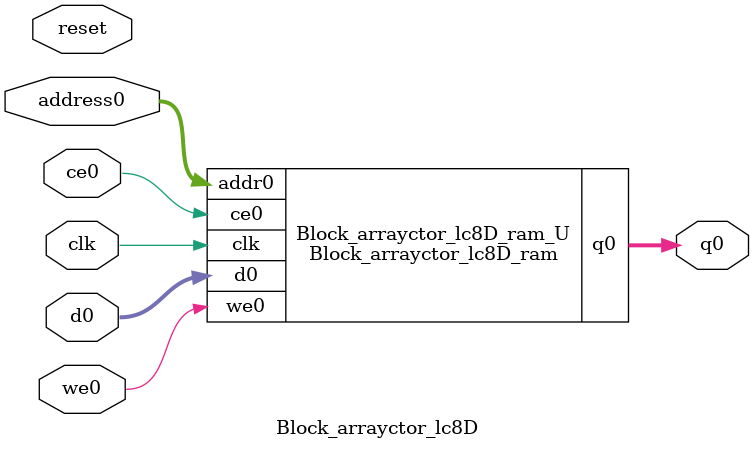
<source format=v>
`timescale 1 ns / 1 ps
module Block_arrayctor_lc8D_ram (addr0, ce0, d0, we0, q0,  clk);

parameter DWIDTH = 5;
parameter AWIDTH = 6;
parameter MEM_SIZE = 42;

input[AWIDTH-1:0] addr0;
input ce0;
input[DWIDTH-1:0] d0;
input we0;
output reg[DWIDTH-1:0] q0;
input clk;

(* ram_style = "distributed" *)reg [DWIDTH-1:0] ram[0:MEM_SIZE-1];




always @(posedge clk)  
begin 
    if (ce0) begin
        if (we0) 
            ram[addr0] <= d0; 
        q0 <= ram[addr0];
    end
end


endmodule

`timescale 1 ns / 1 ps
module Block_arrayctor_lc8D(
    reset,
    clk,
    address0,
    ce0,
    we0,
    d0,
    q0);

parameter DataWidth = 32'd5;
parameter AddressRange = 32'd42;
parameter AddressWidth = 32'd6;
input reset;
input clk;
input[AddressWidth - 1:0] address0;
input ce0;
input we0;
input[DataWidth - 1:0] d0;
output[DataWidth - 1:0] q0;



Block_arrayctor_lc8D_ram Block_arrayctor_lc8D_ram_U(
    .clk( clk ),
    .addr0( address0 ),
    .ce0( ce0 ),
    .we0( we0 ),
    .d0( d0 ),
    .q0( q0 ));

endmodule


</source>
